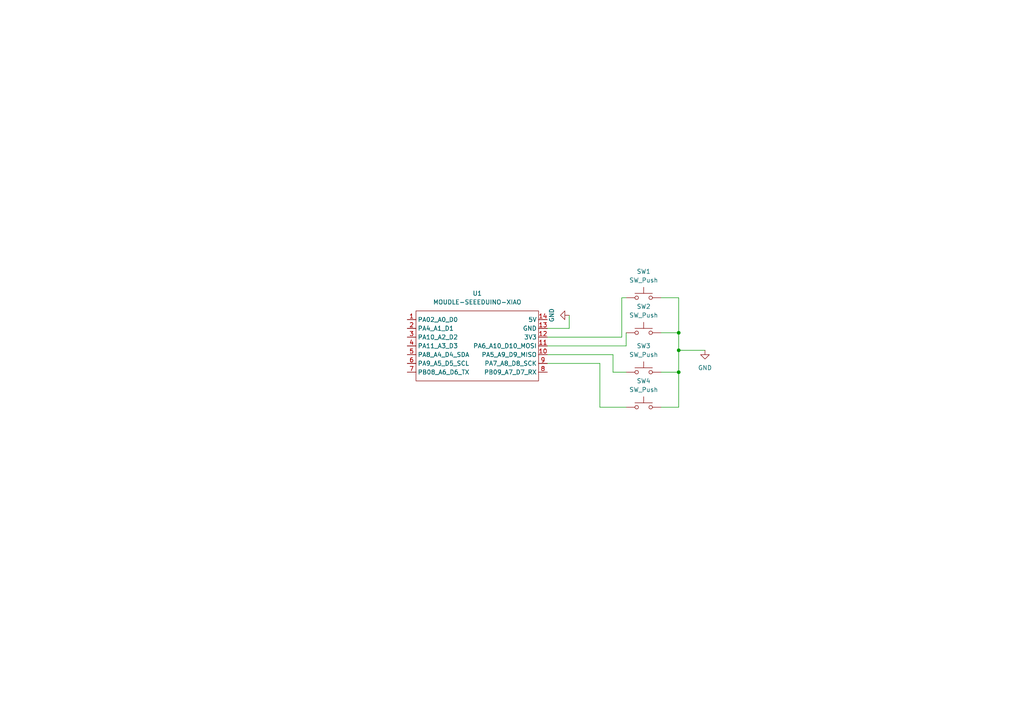
<source format=kicad_sch>
(kicad_sch
	(version 20250114)
	(generator "eeschema")
	(generator_version "9.0")
	(uuid "6c1498cf-2b6a-484b-a8ba-28b1210ab484")
	(paper "A4")
	(lib_symbols
		(symbol "Switch:SW_Push"
			(pin_numbers
				(hide yes)
			)
			(pin_names
				(offset 1.016)
				(hide yes)
			)
			(exclude_from_sim no)
			(in_bom yes)
			(on_board yes)
			(property "Reference" "SW"
				(at 1.27 2.54 0)
				(effects
					(font
						(size 1.27 1.27)
					)
					(justify left)
				)
			)
			(property "Value" "SW_Push"
				(at 0 -1.524 0)
				(effects
					(font
						(size 1.27 1.27)
					)
				)
			)
			(property "Footprint" ""
				(at 0 5.08 0)
				(effects
					(font
						(size 1.27 1.27)
					)
					(hide yes)
				)
			)
			(property "Datasheet" "~"
				(at 0 5.08 0)
				(effects
					(font
						(size 1.27 1.27)
					)
					(hide yes)
				)
			)
			(property "Description" "Push button switch, generic, two pins"
				(at 0 0 0)
				(effects
					(font
						(size 1.27 1.27)
					)
					(hide yes)
				)
			)
			(property "ki_keywords" "switch normally-open pushbutton push-button"
				(at 0 0 0)
				(effects
					(font
						(size 1.27 1.27)
					)
					(hide yes)
				)
			)
			(symbol "SW_Push_0_1"
				(circle
					(center -2.032 0)
					(radius 0.508)
					(stroke
						(width 0)
						(type default)
					)
					(fill
						(type none)
					)
				)
				(polyline
					(pts
						(xy 0 1.27) (xy 0 3.048)
					)
					(stroke
						(width 0)
						(type default)
					)
					(fill
						(type none)
					)
				)
				(circle
					(center 2.032 0)
					(radius 0.508)
					(stroke
						(width 0)
						(type default)
					)
					(fill
						(type none)
					)
				)
				(polyline
					(pts
						(xy 2.54 1.27) (xy -2.54 1.27)
					)
					(stroke
						(width 0)
						(type default)
					)
					(fill
						(type none)
					)
				)
				(pin passive line
					(at -5.08 0 0)
					(length 2.54)
					(name "1"
						(effects
							(font
								(size 1.27 1.27)
							)
						)
					)
					(number "1"
						(effects
							(font
								(size 1.27 1.27)
							)
						)
					)
				)
				(pin passive line
					(at 5.08 0 180)
					(length 2.54)
					(name "2"
						(effects
							(font
								(size 1.27 1.27)
							)
						)
					)
					(number "2"
						(effects
							(font
								(size 1.27 1.27)
							)
						)
					)
				)
			)
			(embedded_fonts no)
		)
		(symbol "XIAO_RP2040:MOUDLE-SEEEDUINO-XIAO"
			(exclude_from_sim no)
			(in_bom yes)
			(on_board yes)
			(property "Reference" "U"
				(at -16.51 11.43 0)
				(effects
					(font
						(size 1.27 1.27)
					)
				)
			)
			(property "Value" "MOUDLE-SEEEDUINO-XIAO"
				(at -3.81 -11.43 0)
				(effects
					(font
						(size 1.27 1.27)
					)
				)
			)
			(property "Footprint" ""
				(at -16.51 2.54 0)
				(effects
					(font
						(size 1.27 1.27)
					)
					(hide yes)
				)
			)
			(property "Datasheet" ""
				(at -16.51 2.54 0)
				(effects
					(font
						(size 1.27 1.27)
					)
					(hide yes)
				)
			)
			(property "Description" ""
				(at 0 0 0)
				(effects
					(font
						(size 1.27 1.27)
					)
					(hide yes)
				)
			)
			(symbol "MOUDLE-SEEEDUINO-XIAO_0_1"
				(rectangle
					(start -16.51 10.16)
					(end 19.05 -10.16)
					(stroke
						(width 0)
						(type default)
					)
					(fill
						(type none)
					)
				)
			)
			(symbol "MOUDLE-SEEEDUINO-XIAO_1_1"
				(pin passive line
					(at -19.05 7.62 0)
					(length 2.54)
					(name "PA02_A0_D0"
						(effects
							(font
								(size 1.27 1.27)
							)
						)
					)
					(number "1"
						(effects
							(font
								(size 1.27 1.27)
							)
						)
					)
				)
				(pin passive line
					(at -19.05 5.08 0)
					(length 2.54)
					(name "PA4_A1_D1"
						(effects
							(font
								(size 1.27 1.27)
							)
						)
					)
					(number "2"
						(effects
							(font
								(size 1.27 1.27)
							)
						)
					)
				)
				(pin passive line
					(at -19.05 2.54 0)
					(length 2.54)
					(name "PA10_A2_D2"
						(effects
							(font
								(size 1.27 1.27)
							)
						)
					)
					(number "3"
						(effects
							(font
								(size 1.27 1.27)
							)
						)
					)
				)
				(pin passive line
					(at -19.05 0 0)
					(length 2.54)
					(name "PA11_A3_D3"
						(effects
							(font
								(size 1.27 1.27)
							)
						)
					)
					(number "4"
						(effects
							(font
								(size 1.27 1.27)
							)
						)
					)
				)
				(pin passive line
					(at -19.05 -2.54 0)
					(length 2.54)
					(name "PA8_A4_D4_SDA"
						(effects
							(font
								(size 1.27 1.27)
							)
						)
					)
					(number "5"
						(effects
							(font
								(size 1.27 1.27)
							)
						)
					)
				)
				(pin passive line
					(at -19.05 -5.08 0)
					(length 2.54)
					(name "PA9_A5_D5_SCL"
						(effects
							(font
								(size 1.27 1.27)
							)
						)
					)
					(number "6"
						(effects
							(font
								(size 1.27 1.27)
							)
						)
					)
				)
				(pin passive line
					(at -19.05 -7.62 0)
					(length 2.54)
					(name "PB08_A6_D6_TX"
						(effects
							(font
								(size 1.27 1.27)
							)
						)
					)
					(number "7"
						(effects
							(font
								(size 1.27 1.27)
							)
						)
					)
				)
				(pin passive line
					(at 21.59 7.62 180)
					(length 2.54)
					(name "5V"
						(effects
							(font
								(size 1.27 1.27)
							)
						)
					)
					(number "14"
						(effects
							(font
								(size 1.27 1.27)
							)
						)
					)
				)
				(pin passive line
					(at 21.59 5.08 180)
					(length 2.54)
					(name "GND"
						(effects
							(font
								(size 1.27 1.27)
							)
						)
					)
					(number "13"
						(effects
							(font
								(size 1.27 1.27)
							)
						)
					)
				)
				(pin passive line
					(at 21.59 2.54 180)
					(length 2.54)
					(name "3V3"
						(effects
							(font
								(size 1.27 1.27)
							)
						)
					)
					(number "12"
						(effects
							(font
								(size 1.27 1.27)
							)
						)
					)
				)
				(pin passive line
					(at 21.59 0 180)
					(length 2.54)
					(name "PA6_A10_D10_MOSI"
						(effects
							(font
								(size 1.27 1.27)
							)
						)
					)
					(number "11"
						(effects
							(font
								(size 1.27 1.27)
							)
						)
					)
				)
				(pin passive line
					(at 21.59 -2.54 180)
					(length 2.54)
					(name "PA5_A9_D9_MISO"
						(effects
							(font
								(size 1.27 1.27)
							)
						)
					)
					(number "10"
						(effects
							(font
								(size 1.27 1.27)
							)
						)
					)
				)
				(pin passive line
					(at 21.59 -5.08 180)
					(length 2.54)
					(name "PA7_A8_D8_SCK"
						(effects
							(font
								(size 1.27 1.27)
							)
						)
					)
					(number "9"
						(effects
							(font
								(size 1.27 1.27)
							)
						)
					)
				)
				(pin passive line
					(at 21.59 -7.62 180)
					(length 2.54)
					(name "PB09_A7_D7_RX"
						(effects
							(font
								(size 1.27 1.27)
							)
						)
					)
					(number "8"
						(effects
							(font
								(size 1.27 1.27)
							)
						)
					)
				)
			)
			(embedded_fonts no)
		)
		(symbol "power:GND"
			(power)
			(pin_numbers
				(hide yes)
			)
			(pin_names
				(offset 0)
				(hide yes)
			)
			(exclude_from_sim no)
			(in_bom yes)
			(on_board yes)
			(property "Reference" "#PWR"
				(at 0 -6.35 0)
				(effects
					(font
						(size 1.27 1.27)
					)
					(hide yes)
				)
			)
			(property "Value" "GND"
				(at 0 -3.81 0)
				(effects
					(font
						(size 1.27 1.27)
					)
				)
			)
			(property "Footprint" ""
				(at 0 0 0)
				(effects
					(font
						(size 1.27 1.27)
					)
					(hide yes)
				)
			)
			(property "Datasheet" ""
				(at 0 0 0)
				(effects
					(font
						(size 1.27 1.27)
					)
					(hide yes)
				)
			)
			(property "Description" "Power symbol creates a global label with name \"GND\" , ground"
				(at 0 0 0)
				(effects
					(font
						(size 1.27 1.27)
					)
					(hide yes)
				)
			)
			(property "ki_keywords" "global power"
				(at 0 0 0)
				(effects
					(font
						(size 1.27 1.27)
					)
					(hide yes)
				)
			)
			(symbol "GND_0_1"
				(polyline
					(pts
						(xy 0 0) (xy 0 -1.27) (xy 1.27 -1.27) (xy 0 -2.54) (xy -1.27 -1.27) (xy 0 -1.27)
					)
					(stroke
						(width 0)
						(type default)
					)
					(fill
						(type none)
					)
				)
			)
			(symbol "GND_1_1"
				(pin power_in line
					(at 0 0 270)
					(length 0)
					(name "~"
						(effects
							(font
								(size 1.27 1.27)
							)
						)
					)
					(number "1"
						(effects
							(font
								(size 1.27 1.27)
							)
						)
					)
				)
			)
			(embedded_fonts no)
		)
	)
	(junction
		(at 196.85 96.52)
		(diameter 0)
		(color 0 0 0 0)
		(uuid "8b6efd8a-7f4b-4c1d-862b-fbcd08dd7f48")
	)
	(junction
		(at 196.85 101.6)
		(diameter 0)
		(color 0 0 0 0)
		(uuid "bdcf8ffe-4428-4445-a467-275df7daf268")
	)
	(junction
		(at 196.85 107.95)
		(diameter 0)
		(color 0 0 0 0)
		(uuid "f52bc8d9-fabd-4dc2-a71a-28e1292e9c39")
	)
	(wire
		(pts
			(xy 196.85 101.6) (xy 204.47 101.6)
		)
		(stroke
			(width 0)
			(type default)
		)
		(uuid "0df81fe0-b28c-4c2f-9c56-d41577627e39")
	)
	(wire
		(pts
			(xy 180.34 97.79) (xy 180.34 86.36)
		)
		(stroke
			(width 0)
			(type default)
		)
		(uuid "107218d6-749d-4b52-8844-4ed71e2eb924")
	)
	(wire
		(pts
			(xy 177.8 102.87) (xy 177.8 107.95)
		)
		(stroke
			(width 0)
			(type default)
		)
		(uuid "1207509b-bb64-41b6-a1f8-78918870c26f")
	)
	(wire
		(pts
			(xy 196.85 101.6) (xy 196.85 96.52)
		)
		(stroke
			(width 0)
			(type default)
		)
		(uuid "138bdcff-ec56-4cff-94ec-fc846d5129f1")
	)
	(wire
		(pts
			(xy 191.77 107.95) (xy 196.85 107.95)
		)
		(stroke
			(width 0)
			(type default)
		)
		(uuid "346dbf06-3435-4019-9851-a3309c8fd90d")
	)
	(wire
		(pts
			(xy 181.61 96.52) (xy 181.61 100.33)
		)
		(stroke
			(width 0)
			(type default)
		)
		(uuid "354f1111-e0d2-4356-a678-32f02ca795e3")
	)
	(wire
		(pts
			(xy 158.75 100.33) (xy 181.61 100.33)
		)
		(stroke
			(width 0)
			(type default)
		)
		(uuid "379d360d-fe9e-4f92-8711-46140487a65c")
	)
	(wire
		(pts
			(xy 158.75 95.25) (xy 165.1 95.25)
		)
		(stroke
			(width 0)
			(type default)
		)
		(uuid "4e01ad24-d904-42ae-be1a-80dbe0d22c0f")
	)
	(wire
		(pts
			(xy 165.1 91.44) (xy 165.1 95.25)
		)
		(stroke
			(width 0)
			(type default)
		)
		(uuid "5d29ed57-1fde-4cc4-9b05-fc2b749b6f4d")
	)
	(wire
		(pts
			(xy 177.8 107.95) (xy 181.61 107.95)
		)
		(stroke
			(width 0)
			(type default)
		)
		(uuid "6f6ba6a6-b65f-4895-bb61-8ea2adc89bea")
	)
	(wire
		(pts
			(xy 196.85 96.52) (xy 191.77 96.52)
		)
		(stroke
			(width 0)
			(type default)
		)
		(uuid "75c6d328-66b0-4e0f-93da-3844ebc90ecc")
	)
	(wire
		(pts
			(xy 196.85 118.11) (xy 191.77 118.11)
		)
		(stroke
			(width 0)
			(type default)
		)
		(uuid "87f4966b-4e3a-4776-ab7f-96147d3c96c8")
	)
	(wire
		(pts
			(xy 173.99 105.41) (xy 173.99 118.11)
		)
		(stroke
			(width 0)
			(type default)
		)
		(uuid "a5079e04-e554-4ee3-b32b-f181369123a1")
	)
	(wire
		(pts
			(xy 173.99 118.11) (xy 181.61 118.11)
		)
		(stroke
			(width 0)
			(type default)
		)
		(uuid "a574908d-5f58-4256-82c4-da2c2351649c")
	)
	(wire
		(pts
			(xy 158.75 97.79) (xy 180.34 97.79)
		)
		(stroke
			(width 0)
			(type default)
		)
		(uuid "a86573ac-e80b-4c95-bf14-0f6e2c61bf70")
	)
	(wire
		(pts
			(xy 196.85 107.95) (xy 196.85 101.6)
		)
		(stroke
			(width 0)
			(type default)
		)
		(uuid "bf53eaf0-252e-4900-8b1c-9229fb7b7be5")
	)
	(wire
		(pts
			(xy 196.85 107.95) (xy 196.85 118.11)
		)
		(stroke
			(width 0)
			(type default)
		)
		(uuid "d7aa15f1-d81d-4fad-9cfb-bb5fd9133eaa")
	)
	(wire
		(pts
			(xy 180.34 86.36) (xy 181.61 86.36)
		)
		(stroke
			(width 0)
			(type default)
		)
		(uuid "f0c02585-c9fa-447c-bdf8-11a67ea1700a")
	)
	(wire
		(pts
			(xy 196.85 86.36) (xy 196.85 96.52)
		)
		(stroke
			(width 0)
			(type default)
		)
		(uuid "f132447d-8c23-4daa-8354-449b40bcb37c")
	)
	(wire
		(pts
			(xy 158.75 102.87) (xy 177.8 102.87)
		)
		(stroke
			(width 0)
			(type default)
		)
		(uuid "f68aa6bc-bd0e-497d-bcc1-7dc31c1843c8")
	)
	(wire
		(pts
			(xy 158.75 105.41) (xy 173.99 105.41)
		)
		(stroke
			(width 0)
			(type default)
		)
		(uuid "f8ccc974-d4b2-4397-a438-55cdbf1921a1")
	)
	(wire
		(pts
			(xy 191.77 86.36) (xy 196.85 86.36)
		)
		(stroke
			(width 0)
			(type default)
		)
		(uuid "fadd87ea-c2b5-4109-82c1-3a43242ce168")
	)
	(symbol
		(lib_id "power:GND")
		(at 165.1 91.44 270)
		(unit 1)
		(exclude_from_sim no)
		(in_bom yes)
		(on_board yes)
		(dnp no)
		(fields_autoplaced yes)
		(uuid "00e6ccdd-b6eb-4453-9d92-7af175f82d4c")
		(property "Reference" "#PWR01"
			(at 158.75 91.44 0)
			(effects
				(font
					(size 1.27 1.27)
				)
				(hide yes)
			)
		)
		(property "Value" "GND"
			(at 160.02 91.44 0)
			(effects
				(font
					(size 1.27 1.27)
				)
			)
		)
		(property "Footprint" ""
			(at 165.1 91.44 0)
			(effects
				(font
					(size 1.27 1.27)
				)
				(hide yes)
			)
		)
		(property "Datasheet" ""
			(at 165.1 91.44 0)
			(effects
				(font
					(size 1.27 1.27)
				)
				(hide yes)
			)
		)
		(property "Description" "Power symbol creates a global label with name \"GND\" , ground"
			(at 165.1 91.44 0)
			(effects
				(font
					(size 1.27 1.27)
				)
				(hide yes)
			)
		)
		(pin "1"
			(uuid "e728ba32-2755-4cf1-b033-d2f880806cff")
		)
		(instances
			(project ""
				(path "/6c1498cf-2b6a-484b-a8ba-28b1210ab484"
					(reference "#PWR01")
					(unit 1)
				)
			)
		)
	)
	(symbol
		(lib_id "Switch:SW_Push")
		(at 186.69 96.52 0)
		(unit 1)
		(exclude_from_sim no)
		(in_bom yes)
		(on_board yes)
		(dnp no)
		(fields_autoplaced yes)
		(uuid "255fce97-334d-47cb-9cf1-b0aac7911d8c")
		(property "Reference" "SW2"
			(at 186.69 88.9 0)
			(effects
				(font
					(size 1.27 1.27)
				)
			)
		)
		(property "Value" "SW_Push"
			(at 186.69 91.44 0)
			(effects
				(font
					(size 1.27 1.27)
				)
			)
		)
		(property "Footprint" "Button_Switch_Keyboard:SW_Cherry_MX_1.00u_PCB"
			(at 186.69 91.44 0)
			(effects
				(font
					(size 1.27 1.27)
				)
				(hide yes)
			)
		)
		(property "Datasheet" "~"
			(at 186.69 91.44 0)
			(effects
				(font
					(size 1.27 1.27)
				)
				(hide yes)
			)
		)
		(property "Description" "Push button switch, generic, two pins"
			(at 186.69 96.52 0)
			(effects
				(font
					(size 1.27 1.27)
				)
				(hide yes)
			)
		)
		(pin "2"
			(uuid "8cfa5d98-469f-4f57-abf9-f84620655a99")
		)
		(pin "1"
			(uuid "6e2d8858-246e-4899-9573-79e6a6b996b5")
		)
		(instances
			(project ""
				(path "/6c1498cf-2b6a-484b-a8ba-28b1210ab484"
					(reference "SW2")
					(unit 1)
				)
			)
		)
	)
	(symbol
		(lib_id "Switch:SW_Push")
		(at 186.69 107.95 0)
		(unit 1)
		(exclude_from_sim no)
		(in_bom yes)
		(on_board yes)
		(dnp no)
		(fields_autoplaced yes)
		(uuid "4e1480d9-9faa-4871-b59d-7e1c2f7feb1f")
		(property "Reference" "SW3"
			(at 186.69 100.33 0)
			(effects
				(font
					(size 1.27 1.27)
				)
			)
		)
		(property "Value" "SW_Push"
			(at 186.69 102.87 0)
			(effects
				(font
					(size 1.27 1.27)
				)
			)
		)
		(property "Footprint" "Button_Switch_Keyboard:SW_Cherry_MX_1.00u_PCB"
			(at 186.69 102.87 0)
			(effects
				(font
					(size 1.27 1.27)
				)
				(hide yes)
			)
		)
		(property "Datasheet" "~"
			(at 186.69 102.87 0)
			(effects
				(font
					(size 1.27 1.27)
				)
				(hide yes)
			)
		)
		(property "Description" "Push button switch, generic, two pins"
			(at 186.69 107.95 0)
			(effects
				(font
					(size 1.27 1.27)
				)
				(hide yes)
			)
		)
		(pin "2"
			(uuid "8cfa5d98-469f-4f57-abf9-f84620655a99")
		)
		(pin "1"
			(uuid "6e2d8858-246e-4899-9573-79e6a6b996b5")
		)
		(instances
			(project ""
				(path "/6c1498cf-2b6a-484b-a8ba-28b1210ab484"
					(reference "SW3")
					(unit 1)
				)
			)
		)
	)
	(symbol
		(lib_id "power:GND")
		(at 204.47 101.6 0)
		(unit 1)
		(exclude_from_sim no)
		(in_bom yes)
		(on_board yes)
		(dnp no)
		(fields_autoplaced yes)
		(uuid "6d1b508c-bb66-4880-a9b4-c0f7404f9ad0")
		(property "Reference" "#PWR02"
			(at 204.47 107.95 0)
			(effects
				(font
					(size 1.27 1.27)
				)
				(hide yes)
			)
		)
		(property "Value" "GND"
			(at 204.47 106.68 0)
			(effects
				(font
					(size 1.27 1.27)
				)
			)
		)
		(property "Footprint" ""
			(at 204.47 101.6 0)
			(effects
				(font
					(size 1.27 1.27)
				)
				(hide yes)
			)
		)
		(property "Datasheet" ""
			(at 204.47 101.6 0)
			(effects
				(font
					(size 1.27 1.27)
				)
				(hide yes)
			)
		)
		(property "Description" "Power symbol creates a global label with name \"GND\" , ground"
			(at 204.47 101.6 0)
			(effects
				(font
					(size 1.27 1.27)
				)
				(hide yes)
			)
		)
		(pin "1"
			(uuid "e728ba32-2755-4cf1-b033-d2f880806cff")
		)
		(instances
			(project ""
				(path "/6c1498cf-2b6a-484b-a8ba-28b1210ab484"
					(reference "#PWR02")
					(unit 1)
				)
			)
		)
	)
	(symbol
		(lib_id "Switch:SW_Push")
		(at 186.69 118.11 0)
		(unit 1)
		(exclude_from_sim no)
		(in_bom yes)
		(on_board yes)
		(dnp no)
		(fields_autoplaced yes)
		(uuid "a9ded174-048e-4317-aaf4-9d678fe475b9")
		(property "Reference" "SW4"
			(at 186.69 110.49 0)
			(effects
				(font
					(size 1.27 1.27)
				)
			)
		)
		(property "Value" "SW_Push"
			(at 186.69 113.03 0)
			(effects
				(font
					(size 1.27 1.27)
				)
			)
		)
		(property "Footprint" "Button_Switch_Keyboard:SW_Cherry_MX_1.00u_PCB"
			(at 186.69 113.03 0)
			(effects
				(font
					(size 1.27 1.27)
				)
				(hide yes)
			)
		)
		(property "Datasheet" "~"
			(at 186.69 113.03 0)
			(effects
				(font
					(size 1.27 1.27)
				)
				(hide yes)
			)
		)
		(property "Description" "Push button switch, generic, two pins"
			(at 186.69 118.11 0)
			(effects
				(font
					(size 1.27 1.27)
				)
				(hide yes)
			)
		)
		(pin "2"
			(uuid "612e2c51-c7e8-488f-9aca-760621284a63")
		)
		(pin "1"
			(uuid "d3e1f711-441a-44a9-b454-e65821c161f1")
		)
		(instances
			(project ""
				(path "/6c1498cf-2b6a-484b-a8ba-28b1210ab484"
					(reference "SW4")
					(unit 1)
				)
			)
		)
	)
	(symbol
		(lib_id "Switch:SW_Push")
		(at 186.69 86.36 0)
		(unit 1)
		(exclude_from_sim no)
		(in_bom yes)
		(on_board yes)
		(dnp no)
		(fields_autoplaced yes)
		(uuid "b0ad5d15-610c-4385-b6a4-c0c38fb04821")
		(property "Reference" "SW1"
			(at 186.69 78.74 0)
			(effects
				(font
					(size 1.27 1.27)
				)
			)
		)
		(property "Value" "SW_Push"
			(at 186.69 81.28 0)
			(effects
				(font
					(size 1.27 1.27)
				)
			)
		)
		(property "Footprint" "Button_Switch_Keyboard:SW_Cherry_MX_1.00u_PCB"
			(at 186.69 81.28 0)
			(effects
				(font
					(size 1.27 1.27)
				)
				(hide yes)
			)
		)
		(property "Datasheet" "~"
			(at 186.69 81.28 0)
			(effects
				(font
					(size 1.27 1.27)
				)
				(hide yes)
			)
		)
		(property "Description" "Push button switch, generic, two pins"
			(at 186.69 86.36 0)
			(effects
				(font
					(size 1.27 1.27)
				)
				(hide yes)
			)
		)
		(pin "2"
			(uuid "8cfa5d98-469f-4f57-abf9-f84620655a99")
		)
		(pin "1"
			(uuid "6e2d8858-246e-4899-9573-79e6a6b996b5")
		)
		(instances
			(project ""
				(path "/6c1498cf-2b6a-484b-a8ba-28b1210ab484"
					(reference "SW1")
					(unit 1)
				)
			)
		)
	)
	(symbol
		(lib_id "XIAO_RP2040:MOUDLE-SEEEDUINO-XIAO")
		(at 137.16 100.33 0)
		(unit 1)
		(exclude_from_sim no)
		(in_bom yes)
		(on_board yes)
		(dnp no)
		(fields_autoplaced yes)
		(uuid "eab1cd83-d959-4441-b027-fc519041ef38")
		(property "Reference" "U1"
			(at 138.43 85.09 0)
			(effects
				(font
					(size 1.27 1.27)
				)
			)
		)
		(property "Value" "MOUDLE-SEEEDUINO-XIAO"
			(at 138.43 87.63 0)
			(effects
				(font
					(size 1.27 1.27)
				)
			)
		)
		(property "Footprint" "footprints:XIAO-Generic-Hybrid-14P-2.54-21X17.8MM"
			(at 120.65 97.79 0)
			(effects
				(font
					(size 1.27 1.27)
				)
				(hide yes)
			)
		)
		(property "Datasheet" ""
			(at 120.65 97.79 0)
			(effects
				(font
					(size 1.27 1.27)
				)
				(hide yes)
			)
		)
		(property "Description" ""
			(at 137.16 100.33 0)
			(effects
				(font
					(size 1.27 1.27)
				)
				(hide yes)
			)
		)
		(pin "11"
			(uuid "9eb431c8-6760-4a02-bdba-c5a26e4dc1dc")
		)
		(pin "13"
			(uuid "ad6788d6-f73e-414b-8eb1-0b56baae68be")
		)
		(pin "8"
			(uuid "067528b8-c7fd-4f3f-bb49-a23955b4dc5e")
		)
		(pin "9"
			(uuid "454fdbdf-3f26-45e7-86fb-eef79f0aeceb")
		)
		(pin "12"
			(uuid "42bfa259-901a-45ff-ad1a-0690f6524f0a")
		)
		(pin "1"
			(uuid "270796ce-5697-4ea0-a855-57f15d62181b")
		)
		(pin "5"
			(uuid "229555ac-fd88-41bb-a803-b85d182f0c09")
		)
		(pin "2"
			(uuid "716acb43-e1b8-4de6-beb9-b34b6aacf825")
		)
		(pin "7"
			(uuid "386991c3-db60-4dbf-a98f-e2f598e5d1f5")
		)
		(pin "4"
			(uuid "6f3f94c4-bdad-4d7f-bda7-f77b946a41d9")
		)
		(pin "10"
			(uuid "6c1cb640-c59c-4820-92f9-5d8a01736b43")
		)
		(pin "14"
			(uuid "10c19fc1-4b67-41a4-82f9-4e37da6dbd81")
		)
		(pin "3"
			(uuid "0d758abb-7057-442b-9af7-e55d1ea9f166")
		)
		(pin "6"
			(uuid "84b6435b-b6a7-4235-818a-6b3106977f27")
		)
		(instances
			(project ""
				(path "/6c1498cf-2b6a-484b-a8ba-28b1210ab484"
					(reference "U1")
					(unit 1)
				)
			)
		)
	)
	(sheet_instances
		(path "/"
			(page "1")
		)
	)
	(embedded_fonts no)
)

</source>
